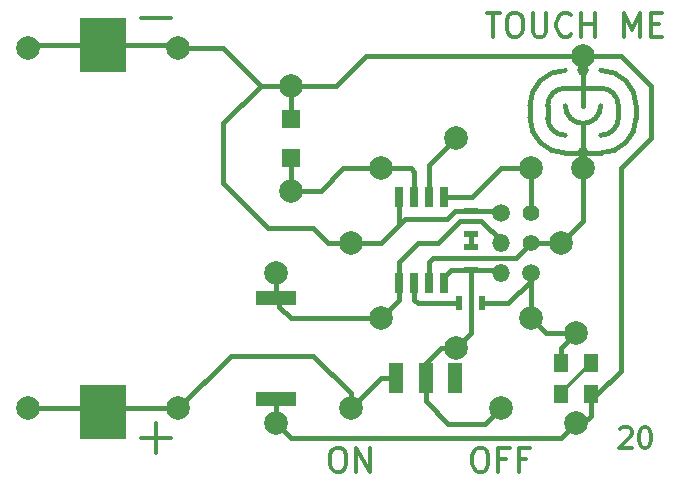
<source format=gtl>
G04 #@! TF.FileFunction,Copper,L1,Top,Signal*
%FSLAX46Y46*%
G04 Gerber Fmt 4.6, Leading zero omitted, Abs format (unit mm)*
G04 Created by KiCad (PCBNEW 4.0.6) date 03/29/19 10:36:33*
%MOMM*%
%LPD*%
G01*
G04 APERTURE LIST*
%ADD10C,0.100000*%
%ADD11C,0.300000*%
%ADD12C,0.400000*%
%ADD13C,2.000000*%
%ADD14C,1.000000*%
%ADD15C,1.500000*%
%ADD16O,1.500000X1.500000*%
%ADD17C,1.400000*%
%ADD18R,1.300000X0.600000*%
%ADD19R,0.600000X1.300000*%
%ADD20R,4.000000X4.600000*%
%ADD21R,1.300000X1.500000*%
%ADD22R,0.650000X1.700000*%
%ADD23R,3.400000X1.300000*%
%ADD24R,1.500000X1.500000*%
%ADD25R,1.200000X2.500000*%
%ADD26C,0.304800*%
%ADD27C,0.406400*%
G04 APERTURE END LIST*
D10*
D11*
X183705666Y-94966333D02*
X183789000Y-94883000D01*
X183955666Y-94799667D01*
X184372333Y-94799667D01*
X184539000Y-94883000D01*
X184622333Y-94966333D01*
X184705666Y-95133000D01*
X184705666Y-95299667D01*
X184622333Y-95549667D01*
X183622333Y-96549667D01*
X184705666Y-96549667D01*
X185789000Y-94799667D02*
X185955667Y-94799667D01*
X186122333Y-94883000D01*
X186205667Y-94966333D01*
X186289000Y-95133000D01*
X186372333Y-95466333D01*
X186372333Y-95883000D01*
X186289000Y-96216333D01*
X186205667Y-96383000D01*
X186122333Y-96466333D01*
X185955667Y-96549667D01*
X185789000Y-96549667D01*
X185622333Y-96466333D01*
X185539000Y-96383000D01*
X185455667Y-96216333D01*
X185372333Y-95883000D01*
X185372333Y-95466333D01*
X185455667Y-95133000D01*
X185539000Y-94966333D01*
X185622333Y-94883000D01*
X185789000Y-94799667D01*
X171704238Y-96567762D02*
X172085190Y-96567762D01*
X172275666Y-96663000D01*
X172466143Y-96853476D01*
X172561381Y-97234429D01*
X172561381Y-97901095D01*
X172466143Y-98282048D01*
X172275666Y-98472524D01*
X172085190Y-98567762D01*
X171704238Y-98567762D01*
X171513762Y-98472524D01*
X171323285Y-98282048D01*
X171228047Y-97901095D01*
X171228047Y-97234429D01*
X171323285Y-96853476D01*
X171513762Y-96663000D01*
X171704238Y-96567762D01*
X174085190Y-97520143D02*
X173418523Y-97520143D01*
X173418523Y-98567762D02*
X173418523Y-96567762D01*
X174370904Y-96567762D01*
X175799476Y-97520143D02*
X175132809Y-97520143D01*
X175132809Y-98567762D02*
X175132809Y-96567762D01*
X176085190Y-96567762D01*
X159670905Y-96567762D02*
X160051857Y-96567762D01*
X160242333Y-96663000D01*
X160432810Y-96853476D01*
X160528048Y-97234429D01*
X160528048Y-97901095D01*
X160432810Y-98282048D01*
X160242333Y-98472524D01*
X160051857Y-98567762D01*
X159670905Y-98567762D01*
X159480429Y-98472524D01*
X159289952Y-98282048D01*
X159194714Y-97901095D01*
X159194714Y-97234429D01*
X159289952Y-96853476D01*
X159480429Y-96663000D01*
X159670905Y-96567762D01*
X161385190Y-98567762D02*
X161385190Y-96567762D01*
X162528048Y-98567762D01*
X162528048Y-96567762D01*
X172435190Y-59737762D02*
X173578047Y-59737762D01*
X173006619Y-61737762D02*
X173006619Y-59737762D01*
X174625667Y-59737762D02*
X175006619Y-59737762D01*
X175197095Y-59833000D01*
X175387572Y-60023476D01*
X175482810Y-60404429D01*
X175482810Y-61071095D01*
X175387572Y-61452048D01*
X175197095Y-61642524D01*
X175006619Y-61737762D01*
X174625667Y-61737762D01*
X174435191Y-61642524D01*
X174244714Y-61452048D01*
X174149476Y-61071095D01*
X174149476Y-60404429D01*
X174244714Y-60023476D01*
X174435191Y-59833000D01*
X174625667Y-59737762D01*
X176339952Y-59737762D02*
X176339952Y-61356810D01*
X176435191Y-61547286D01*
X176530429Y-61642524D01*
X176720905Y-61737762D01*
X177101857Y-61737762D01*
X177292333Y-61642524D01*
X177387572Y-61547286D01*
X177482810Y-61356810D01*
X177482810Y-59737762D01*
X179578048Y-61547286D02*
X179482810Y-61642524D01*
X179197095Y-61737762D01*
X179006619Y-61737762D01*
X178720905Y-61642524D01*
X178530429Y-61452048D01*
X178435190Y-61261571D01*
X178339952Y-60880619D01*
X178339952Y-60594905D01*
X178435190Y-60213952D01*
X178530429Y-60023476D01*
X178720905Y-59833000D01*
X179006619Y-59737762D01*
X179197095Y-59737762D01*
X179482810Y-59833000D01*
X179578048Y-59928238D01*
X180435190Y-61737762D02*
X180435190Y-59737762D01*
X180435190Y-60690143D02*
X181578048Y-60690143D01*
X181578048Y-61737762D02*
X181578048Y-59737762D01*
X184054238Y-61737762D02*
X184054238Y-59737762D01*
X184720905Y-61166333D01*
X185387572Y-59737762D01*
X185387572Y-61737762D01*
X186339952Y-60690143D02*
X187006619Y-60690143D01*
X187292333Y-61737762D02*
X186339952Y-61737762D01*
X186339952Y-59737762D01*
X187292333Y-59737762D01*
D12*
X180594000Y-67588000D02*
X180594000Y-64588000D01*
X180594000Y-71588000D02*
X180594000Y-69088000D01*
X179094000Y-71588000D02*
X182094000Y-71588000D01*
X176094000Y-68588000D02*
X176094000Y-67588000D01*
X185094000Y-68588000D02*
X185094000Y-67588000D01*
X179094000Y-64588000D02*
G75*
G03X176094000Y-67588000I0J-3000000D01*
G01*
X176094000Y-68588000D02*
G75*
G03X179094000Y-71588000I3000000J0D01*
G01*
X185094000Y-67588000D02*
G75*
G03X182094000Y-64588000I-3000000J0D01*
G01*
X182094000Y-71588000D02*
G75*
G03X185094000Y-68588000I0J3000000D01*
G01*
X183594000Y-67588000D02*
X183594000Y-68588000D01*
X177594000Y-67588000D02*
X177594000Y-68588000D01*
X177594000Y-68588000D02*
G75*
G03X179094000Y-70088000I1500000J0D01*
G01*
X182094000Y-70088000D02*
G75*
G03X183594000Y-68588000I0J1500000D01*
G01*
X179094000Y-66088000D02*
X182094000Y-66088000D01*
X179094000Y-67588000D02*
G75*
G03X180594000Y-69088000I1500000J0D01*
G01*
X180594000Y-69088000D02*
G75*
G03X182094000Y-67588000I0J1500000D01*
G01*
X183594000Y-67588000D02*
G75*
G03X182094000Y-66088000I-1500000J0D01*
G01*
X179094000Y-66088000D02*
G75*
G03X177594000Y-67588000I0J-1500000D01*
G01*
D13*
X133604000Y-93218000D03*
D14*
X180594000Y-71588000D03*
X180594000Y-64588000D03*
D13*
X146304000Y-93218000D03*
X133604000Y-62738000D03*
D15*
X176149000Y-81788000D03*
D16*
X173609000Y-81788000D03*
D17*
X176149000Y-79248000D03*
D16*
X173609000Y-79248000D03*
D17*
X176149000Y-76708000D03*
D15*
X173609000Y-76708000D03*
D18*
X171069000Y-76470000D03*
X171069000Y-78470000D03*
X171069000Y-79518000D03*
X171069000Y-81518000D03*
D19*
X170069000Y-84328000D03*
X172069000Y-84328000D03*
D20*
X139954000Y-93478000D03*
X139954000Y-62478000D03*
D21*
X181229000Y-92028000D03*
X181229000Y-89328000D03*
D22*
X168846500Y-75280500D03*
X167576500Y-75280500D03*
X166306500Y-75280500D03*
X165036500Y-75280500D03*
X165036500Y-82580500D03*
X166306500Y-82580500D03*
X167576500Y-82580500D03*
X168846500Y-82580500D03*
D21*
X178689000Y-92028000D03*
X178689000Y-89328000D03*
D23*
X154559000Y-92438000D03*
X154559000Y-83838000D03*
D13*
X146304000Y-62738000D03*
X179959000Y-86868000D03*
X179959000Y-94488000D03*
X169799000Y-88138000D03*
X160909000Y-79248000D03*
X154559000Y-81788000D03*
X154559000Y-94488000D03*
X180594000Y-72898000D03*
X180594000Y-63373000D03*
X163449000Y-85598000D03*
X176149000Y-85598000D03*
X178689000Y-79248000D03*
X169799000Y-70358000D03*
X163449000Y-72898000D03*
X176149000Y-72898000D03*
D24*
X155829000Y-68708000D03*
X155829000Y-72008000D03*
D13*
X155829000Y-74803000D03*
X155829000Y-65913000D03*
X160909000Y-93218000D03*
X173609000Y-93218000D03*
D25*
X164759000Y-90678000D03*
X167299000Y-90678000D03*
X169759000Y-90678000D03*
D26*
X143129000Y-60198000D02*
X145669000Y-60198000D01*
X144399000Y-94488000D02*
X144399000Y-97028000D01*
X143129000Y-95758000D02*
X145669000Y-95758000D01*
D27*
X180594000Y-64588000D02*
X180594000Y-63373000D01*
X179959000Y-94488000D02*
X178689000Y-95758000D01*
X155829000Y-95758000D02*
X154559000Y-94488000D01*
X178689000Y-95758000D02*
X155829000Y-95758000D01*
X179324000Y-95123000D02*
X179959000Y-94488000D01*
X171069000Y-76470000D02*
X169783000Y-76470000D01*
X165481000Y-77216000D02*
X165036500Y-77660500D01*
X169037000Y-77216000D02*
X165481000Y-77216000D01*
X169783000Y-76470000D02*
X169037000Y-77216000D01*
X154559000Y-92438000D02*
X154559000Y-94488000D01*
X154876500Y-94170500D02*
X154559000Y-94488000D01*
X179959000Y-94488000D02*
X180594000Y-94488000D01*
X180594000Y-94488000D02*
X181229000Y-93853000D01*
X181229000Y-93853000D02*
X181229000Y-92028000D01*
X180594000Y-63373000D02*
X183769000Y-63373000D01*
X183769000Y-90043000D02*
X181784000Y-92028000D01*
X183769000Y-72898000D02*
X183769000Y-90043000D01*
X186309000Y-70358000D02*
X183769000Y-72898000D01*
X186309000Y-69088000D02*
X186309000Y-70358000D01*
X186309000Y-65913000D02*
X186309000Y-69088000D01*
X185674000Y-65278000D02*
X186309000Y-65913000D01*
X183769000Y-63373000D02*
X185674000Y-65278000D01*
X181784000Y-92028000D02*
X181229000Y-92028000D01*
X160909000Y-79248000D02*
X159004000Y-79248000D01*
X150114000Y-69088000D02*
X153289000Y-65913000D01*
X150114000Y-74168000D02*
X150114000Y-69088000D01*
X153924000Y-77978000D02*
X150114000Y-74168000D01*
X157734000Y-77978000D02*
X153924000Y-77978000D01*
X159004000Y-79248000D02*
X157734000Y-77978000D01*
X155829000Y-65913000D02*
X159639000Y-65913000D01*
X162179000Y-63373000D02*
X180594000Y-63373000D01*
X159639000Y-65913000D02*
X162179000Y-63373000D01*
X146304000Y-62738000D02*
X150114000Y-62738000D01*
X150114000Y-62738000D02*
X153289000Y-65913000D01*
X153289000Y-65913000D02*
X155829000Y-65913000D01*
X155829000Y-68708000D02*
X155829000Y-65913000D01*
X160909000Y-79248000D02*
X163449000Y-79248000D01*
X163449000Y-79248000D02*
X165036500Y-77660500D01*
X165036500Y-77660500D02*
X165036500Y-75280500D01*
X171069000Y-76470000D02*
X173371000Y-76470000D01*
X173371000Y-76470000D02*
X173609000Y-76708000D01*
X139954000Y-62478000D02*
X133864000Y-62478000D01*
X133864000Y-62478000D02*
X133604000Y-62738000D01*
X139954000Y-62478000D02*
X146044000Y-62478000D01*
X146044000Y-62478000D02*
X146304000Y-62738000D01*
X146044000Y-62478000D02*
X146304000Y-62738000D01*
D26*
X180594000Y-66088000D02*
X180594000Y-64008000D01*
X171069000Y-76470000D02*
X170545000Y-76470000D01*
D27*
X167299000Y-90678000D02*
X167299000Y-92623000D01*
X172310402Y-94516598D02*
X173609000Y-93218000D01*
X169192598Y-94516598D02*
X172310402Y-94516598D01*
X167299000Y-92623000D02*
X169192598Y-94516598D01*
X167299000Y-90678000D02*
X167299000Y-89368000D01*
X168529000Y-88138000D02*
X169799000Y-88138000D01*
X167299000Y-89368000D02*
X168529000Y-88138000D01*
X171069000Y-79518000D02*
X171069000Y-78470000D01*
X169164000Y-88138000D02*
X169799000Y-88138000D01*
X171069000Y-81518000D02*
X173339000Y-81518000D01*
X173339000Y-81518000D02*
X173609000Y-81788000D01*
X171069000Y-81518000D02*
X169434000Y-81518000D01*
X169434000Y-81518000D02*
X168846500Y-82105500D01*
X168846500Y-82105500D02*
X168846500Y-82580500D01*
X171069000Y-84963000D02*
X171069000Y-81518000D01*
X171069000Y-86868000D02*
X169799000Y-88138000D01*
D26*
X173339000Y-81518000D02*
X173609000Y-81788000D01*
D27*
X171069000Y-84820000D02*
X171069000Y-84963000D01*
X171069000Y-84963000D02*
X171069000Y-86868000D01*
X168846500Y-75280500D02*
X171226500Y-75280500D01*
X173609000Y-72898000D02*
X176149000Y-72898000D01*
X171226500Y-75280500D02*
X173609000Y-72898000D01*
X176149000Y-76708000D02*
X176149000Y-72898000D01*
X167576500Y-75280500D02*
X167576500Y-72580500D01*
X167576500Y-72580500D02*
X169799000Y-70358000D01*
X155829000Y-74803000D02*
X155829000Y-72008000D01*
X163449000Y-72898000D02*
X160274000Y-72898000D01*
X158369000Y-74803000D02*
X155829000Y-74803000D01*
X160274000Y-72898000D02*
X158369000Y-74803000D01*
X166306500Y-75280500D02*
X166306500Y-73215500D01*
X165989000Y-72898000D02*
X163449000Y-72898000D01*
X166306500Y-73215500D02*
X165989000Y-72898000D01*
D26*
X178689000Y-92028000D02*
X178689000Y-91868000D01*
X178689000Y-91868000D02*
X181229000Y-89328000D01*
D27*
X178689000Y-89328000D02*
X178689000Y-88138000D01*
X178689000Y-88138000D02*
X179959000Y-86868000D01*
X179959000Y-86868000D02*
X177419000Y-86868000D01*
X177419000Y-86868000D02*
X176149000Y-85598000D01*
D26*
X179959000Y-86868000D02*
X179959000Y-87122000D01*
D27*
X176149000Y-85598000D02*
X176149000Y-81788000D01*
X172069000Y-84328000D02*
X174244000Y-84328000D01*
X174244000Y-84328000D02*
X176149000Y-82423000D01*
X176149000Y-82423000D02*
X176149000Y-81788000D01*
X166306500Y-82580500D02*
X166306500Y-84010500D01*
X166624000Y-84328000D02*
X170069000Y-84328000D01*
X166306500Y-84010500D02*
X166624000Y-84328000D01*
D26*
X176149000Y-85598000D02*
X175895000Y-85598000D01*
D27*
X176149000Y-79248000D02*
X178689000Y-79248000D01*
X176149000Y-79248000D02*
X174879000Y-80518000D01*
X167576500Y-80835500D02*
X167576500Y-82580500D01*
X167894000Y-80518000D02*
X167576500Y-80835500D01*
X174879000Y-80518000D02*
X167894000Y-80518000D01*
X178689000Y-79248000D02*
X180594000Y-77343000D01*
X180594000Y-77343000D02*
X180594000Y-72898000D01*
X180594000Y-69088000D02*
X180594000Y-72898000D01*
D26*
X180594000Y-72898000D02*
X180594000Y-72588000D01*
X180848000Y-73152000D02*
X180594000Y-72898000D01*
D27*
X171704000Y-77343000D02*
X171958000Y-77343000D01*
X171704000Y-77343000D02*
X170180000Y-77343000D01*
X170180000Y-77343000D02*
X168275000Y-79248000D01*
X168275000Y-79248000D02*
X166624000Y-79248000D01*
X166624000Y-79248000D02*
X165036500Y-80835500D01*
X165036500Y-82580500D02*
X165036500Y-80835500D01*
X171958000Y-77343000D02*
X173609000Y-78994000D01*
X173609000Y-78994000D02*
X173609000Y-79248000D01*
X154559000Y-81788000D02*
X154559000Y-83838000D01*
X154876500Y-83520500D02*
X154876500Y-84645500D01*
X155829000Y-85598000D02*
X163449000Y-85598000D01*
X154876500Y-84645500D02*
X155829000Y-85598000D01*
X165036500Y-82580500D02*
X165036500Y-84010500D01*
X165036500Y-84010500D02*
X163449000Y-85598000D01*
D26*
X173609000Y-79248000D02*
X173609000Y-78994000D01*
D27*
X160909000Y-93218000D02*
X160909000Y-91948000D01*
X150749000Y-88773000D02*
X146304000Y-93218000D01*
X157734000Y-88773000D02*
X150749000Y-88773000D01*
X160909000Y-91948000D02*
X157734000Y-88773000D01*
X164759000Y-90678000D02*
X163449000Y-90678000D01*
X163449000Y-90678000D02*
X160909000Y-93218000D01*
X133604000Y-93218000D02*
X139694000Y-93218000D01*
X139694000Y-93218000D02*
X139954000Y-93478000D01*
X146304000Y-93218000D02*
X140214000Y-93218000D01*
X140214000Y-93218000D02*
X139954000Y-93478000D01*
X140214000Y-93218000D02*
X139954000Y-93478000D01*
X139694000Y-93218000D02*
X139954000Y-93478000D01*
M02*

</source>
